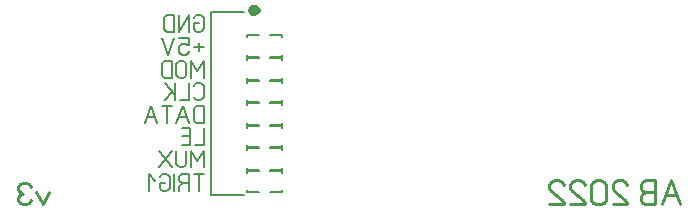
<source format=gbr>
%FSLAX34Y34*%
%MOMM*%
%LNSILK_BOTTOM*%
G71*
G01*
%ADD10C,0.150*%
%ADD11C,0.400*%
%ADD12C,0.178*%
%ADD13C,0.256*%
%ADD14C,0.222*%
%LPD*%
G54D10*
X237506Y827791D02*
X247506Y827791D01*
X247506Y829541D01*
G54D10*
X237506Y846191D02*
X247506Y846191D01*
X247506Y844441D01*
G54D10*
X228006Y846191D02*
X218006Y846191D01*
X218006Y844441D01*
G54D10*
X228006Y827791D02*
X218006Y827791D01*
X218006Y829541D01*
G54D10*
X237506Y846841D02*
X247506Y846841D01*
X247506Y848591D01*
G54D10*
X237506Y865241D02*
X247506Y865241D01*
X247506Y863491D01*
G54D10*
X228006Y865241D02*
X218006Y865241D01*
X218006Y863491D01*
G54D10*
X228006Y846841D02*
X218006Y846841D01*
X218006Y848591D01*
G54D10*
X237506Y865891D02*
X247506Y865891D01*
X247506Y867641D01*
G54D10*
X237506Y884291D02*
X247506Y884291D01*
X247506Y882541D01*
G54D10*
X228006Y884291D02*
X218006Y884291D01*
X218006Y882541D01*
G54D10*
X228006Y865891D02*
X218006Y865891D01*
X218006Y867641D01*
G54D10*
X237506Y884941D02*
X247506Y884941D01*
X247506Y886691D01*
G54D10*
X237506Y903341D02*
X247506Y903341D01*
X247506Y901591D01*
G54D10*
X228006Y903341D02*
X218006Y903341D01*
X218006Y901591D01*
G54D10*
X228006Y884941D02*
X218006Y884941D01*
X218006Y886691D01*
G54D10*
X237506Y903991D02*
X247506Y903991D01*
X247506Y905741D01*
G54D10*
X237506Y922391D02*
X247506Y922391D01*
X247506Y920641D01*
G54D10*
X228006Y922391D02*
X218006Y922391D01*
X218006Y920641D01*
G54D10*
X228006Y903991D02*
X218006Y903991D01*
X218006Y905741D01*
G54D10*
X237506Y923041D02*
X247506Y923041D01*
X247506Y924791D01*
G54D10*
X237506Y941441D02*
X247506Y941441D01*
X247506Y939691D01*
G54D10*
X228006Y941441D02*
X218006Y941441D01*
X218006Y939691D01*
G54D10*
X228006Y923041D02*
X218006Y923041D01*
X218006Y924791D01*
G54D10*
X237506Y942408D02*
X247506Y942408D01*
X247506Y944158D01*
G54D10*
X237506Y960808D02*
X247506Y960808D01*
X247506Y959058D01*
G54D10*
X228006Y960808D02*
X218006Y960808D01*
X218006Y959058D01*
G54D10*
X228006Y942408D02*
X218006Y942408D01*
X218006Y944158D01*
G54D10*
X215000Y981000D02*
X187000Y981000D01*
X187000Y826000D01*
X215000Y826000D01*
G54D11*
G75*
G01X226621Y981938D02*
G03X226621Y981938I-3000J0D01*
G01*
G36*
G75*
G01X226621Y981938D02*
G03X226621Y981938I-3000J0D01*
G01*
G37*
X226621Y981938D01*
G54D12*
X176733Y971111D02*
X172467Y971111D01*
X172467Y966667D01*
X173533Y964889D01*
X175667Y964000D01*
X177800Y964000D01*
X179933Y964889D01*
X181000Y966667D01*
X181000Y975556D01*
X179933Y977333D01*
X177800Y978222D01*
X175667Y978222D01*
X173533Y977333D01*
X172467Y975556D01*
G54D12*
X168556Y964000D02*
X168556Y978222D01*
X160023Y964000D01*
X160023Y978222D01*
G54D12*
X156112Y964000D02*
X156112Y978222D01*
X150779Y978222D01*
X148645Y977333D01*
X147579Y975556D01*
X147579Y966667D01*
X148645Y964889D01*
X150779Y964000D01*
X156112Y964000D01*
G54D12*
X181000Y950722D02*
X172467Y950722D01*
G54D12*
X176733Y954278D02*
X176733Y947167D01*
G54D12*
X160023Y958722D02*
X168556Y958722D01*
X168556Y952500D01*
X167489Y952500D01*
X165356Y953389D01*
X163223Y953389D01*
X161089Y952500D01*
X160023Y950722D01*
X160023Y947167D01*
X161089Y945389D01*
X163223Y944500D01*
X165356Y944500D01*
X167489Y945389D01*
X168556Y947167D01*
G54D12*
X156112Y958722D02*
X150779Y944500D01*
X145445Y958722D01*
G54D12*
X181000Y925000D02*
X181000Y939222D01*
X175667Y930333D01*
X170333Y939222D01*
X170333Y925000D01*
G54D12*
X157889Y936556D02*
X157889Y927667D01*
X158955Y925889D01*
X161089Y925000D01*
X163222Y925000D01*
X165355Y925889D01*
X166422Y927667D01*
X166422Y936556D01*
X165355Y938333D01*
X163222Y939222D01*
X161089Y939222D01*
X158955Y938333D01*
X157889Y936556D01*
G54D12*
X153978Y925000D02*
X153978Y939222D01*
X148645Y939222D01*
X146511Y938333D01*
X145445Y936556D01*
X145445Y927667D01*
X146511Y925889D01*
X148645Y925000D01*
X153978Y925000D01*
G54D12*
X172467Y908667D02*
X173533Y906889D01*
X175667Y906000D01*
X177800Y906000D01*
X179933Y906889D01*
X181000Y908667D01*
X181000Y917556D01*
X179933Y919333D01*
X177800Y920222D01*
X175667Y920222D01*
X173533Y919333D01*
X172467Y917556D01*
G54D12*
X168556Y920222D02*
X168556Y906000D01*
X161089Y906000D01*
G54D12*
X157178Y906000D02*
X157178Y920222D01*
G54D12*
X157178Y910444D02*
X148645Y920222D01*
G54D12*
X153978Y913111D02*
X148645Y906000D01*
G54D12*
X181099Y886665D02*
X181099Y900887D01*
X175766Y900887D01*
X173632Y899998D01*
X172566Y898221D01*
X172566Y889332D01*
X173632Y887554D01*
X175766Y886665D01*
X181099Y886665D01*
G54D12*
X168655Y886665D02*
X163322Y900887D01*
X157988Y886665D01*
G54D12*
X166522Y891998D02*
X160122Y891998D01*
G54D12*
X149810Y886665D02*
X149810Y900887D01*
G54D12*
X154077Y900887D02*
X145544Y900887D01*
G54D12*
X141633Y886665D02*
X136300Y900887D01*
X130966Y886665D01*
G54D12*
X139500Y891998D02*
X133100Y891998D01*
G54D12*
X181136Y882453D02*
X181136Y868231D01*
X173669Y868231D01*
G54D12*
X162291Y868231D02*
X169758Y868231D01*
X169758Y882453D01*
X162291Y882453D01*
G54D12*
X169758Y875342D02*
X162291Y875342D01*
G54D12*
X181000Y849000D02*
X181000Y863222D01*
X175667Y854333D01*
X170333Y863222D01*
X170333Y849000D01*
G54D12*
X166422Y863222D02*
X166422Y851667D01*
X165355Y849889D01*
X163222Y849000D01*
X161089Y849000D01*
X158955Y849889D01*
X157889Y851667D01*
X157889Y863222D01*
G54D12*
X153978Y863222D02*
X143311Y849000D01*
G54D12*
X153978Y849000D02*
X143311Y863222D01*
G54D12*
X176733Y829000D02*
X176733Y843222D01*
G54D12*
X181000Y843222D02*
X172467Y843222D01*
G54D12*
X164289Y836111D02*
X161089Y834333D01*
X160023Y832556D01*
X160023Y829000D01*
G54D12*
X168556Y829000D02*
X168556Y843222D01*
X163223Y843222D01*
X161089Y842333D01*
X160023Y840556D01*
X160023Y838778D01*
X161089Y837000D01*
X163223Y836111D01*
X168556Y836111D01*
G54D12*
X156112Y829000D02*
X156112Y843222D01*
G54D12*
X147934Y836111D02*
X143668Y836111D01*
X143668Y831667D01*
X144734Y829889D01*
X146868Y829000D01*
X149001Y829000D01*
X151134Y829889D01*
X152201Y831667D01*
X152201Y840556D01*
X151134Y842333D01*
X149001Y843222D01*
X146868Y843222D01*
X144734Y842333D01*
X143668Y840556D01*
G54D12*
X139757Y837889D02*
X134424Y843222D01*
X134424Y829000D01*
G54D13*
X584224Y817667D02*
X576557Y838111D01*
X568890Y817667D01*
G54D13*
X581157Y825334D02*
X571957Y825334D01*
G54D13*
X563268Y817667D02*
X563268Y838111D01*
X555602Y838111D01*
X552535Y836834D01*
X551002Y834278D01*
X551002Y831723D01*
X552535Y829167D01*
X555602Y827889D01*
X552535Y826611D01*
X551002Y824056D01*
X551002Y821500D01*
X552535Y818945D01*
X555602Y817667D01*
X563268Y817667D01*
G54D13*
X563268Y827889D02*
X555602Y827889D01*
G54D13*
X527184Y817667D02*
X539450Y817667D01*
X539450Y818945D01*
X537917Y821500D01*
X528717Y829167D01*
X527184Y831723D01*
X527184Y834278D01*
X528717Y836834D01*
X531784Y838111D01*
X534850Y838111D01*
X537917Y836834D01*
X539450Y834278D01*
G54D13*
X509295Y834278D02*
X509295Y821500D01*
X510828Y818945D01*
X513895Y817667D01*
X516962Y817667D01*
X520028Y818945D01*
X521562Y821500D01*
X521562Y834278D01*
X520028Y836834D01*
X516962Y838111D01*
X513895Y838111D01*
X510828Y836834D01*
X509295Y834278D01*
G54D13*
X491406Y817667D02*
X503672Y817667D01*
X503672Y818945D01*
X502139Y821500D01*
X492939Y829167D01*
X491406Y831723D01*
X491406Y834278D01*
X492939Y836834D01*
X496006Y838111D01*
X499072Y838111D01*
X502139Y836834D01*
X503672Y834278D01*
G54D13*
X473517Y817667D02*
X485784Y817667D01*
X485784Y818945D01*
X484250Y821500D01*
X475050Y829167D01*
X473517Y831723D01*
X473517Y834278D01*
X475050Y836834D01*
X478117Y838111D01*
X481184Y838111D01*
X484250Y836834D01*
X485784Y834278D01*
G54D14*
X50000Y828000D02*
X44667Y818000D01*
X39333Y828000D01*
G54D14*
X34444Y832444D02*
X33111Y834667D01*
X30444Y835778D01*
X27777Y835778D01*
X25111Y834667D01*
X23777Y832444D01*
X23777Y830222D01*
X25111Y828000D01*
X27777Y826889D01*
X25111Y825778D01*
X23777Y823556D01*
X23777Y821333D01*
X25111Y819111D01*
X27777Y818000D01*
X30444Y818000D01*
X33111Y819111D01*
X34444Y821333D01*
M02*

</source>
